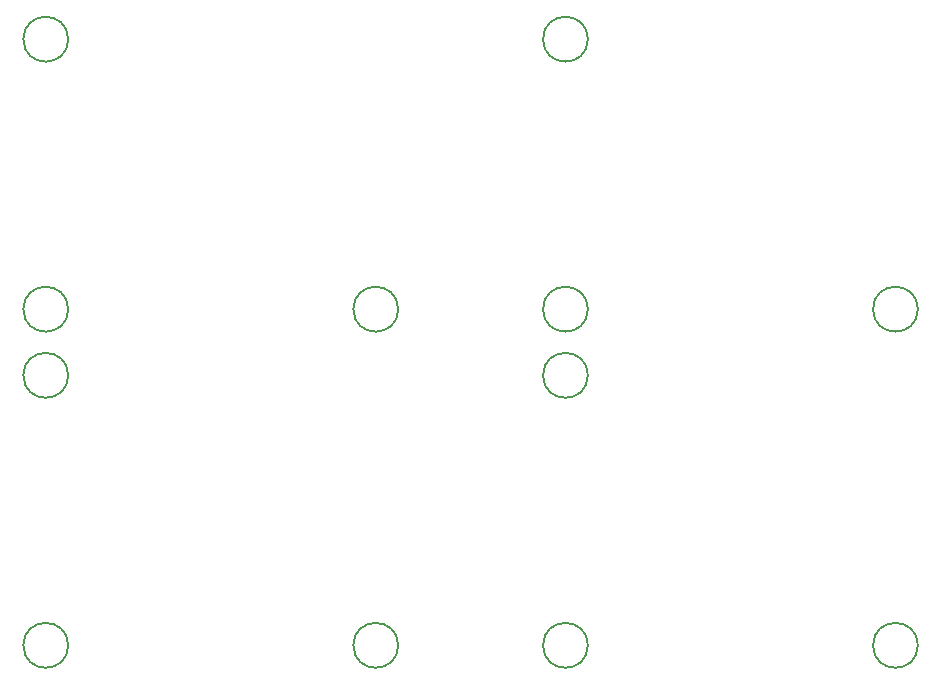
<source format=gbr>
G04 #@! TF.GenerationSoftware,KiCad,Pcbnew,9.0.4*
G04 #@! TF.CreationDate,2025-08-20T18:17:53-04:00*
G04 #@! TF.ProjectId,jlc_pcba,6a6c635f-7063-4626-912e-6b696361645f,rev?*
G04 #@! TF.SameCoordinates,Original*
G04 #@! TF.FileFunction,Other,Comment*
%FSLAX46Y46*%
G04 Gerber Fmt 4.6, Leading zero omitted, Abs format (unit mm)*
G04 Created by KiCad (PCBNEW 9.0.4) date 2025-08-20 18:17:53*
%MOMM*%
%LPD*%
G01*
G04 APERTURE LIST*
%ADD10C,0.150000*%
G04 APERTURE END LIST*
D10*
G04 #@! TO.C,board_outline108*
X21020000Y-37260000D02*
G75*
G02*
X17220000Y-37260000I-1900000J0D01*
G01*
X17220000Y-37260000D02*
G75*
G02*
X21020000Y-37260000I1900000J0D01*
G01*
X21020000Y-60120000D02*
G75*
G02*
X17220000Y-60120000I-1900000J0D01*
G01*
X17220000Y-60120000D02*
G75*
G02*
X21020000Y-60120000I1900000J0D01*
G01*
X48960000Y-60120000D02*
G75*
G02*
X45160000Y-60120000I-1900000J0D01*
G01*
X45160000Y-60120000D02*
G75*
G02*
X48960000Y-60120000I1900000J0D01*
G01*
X21020000Y-8800000D02*
G75*
G02*
X17220000Y-8800000I-1900000J0D01*
G01*
X17220000Y-8800000D02*
G75*
G02*
X21020000Y-8800000I1900000J0D01*
G01*
X21020000Y-31660000D02*
G75*
G02*
X17220000Y-31660000I-1900000J0D01*
G01*
X17220000Y-31660000D02*
G75*
G02*
X21020000Y-31660000I1900000J0D01*
G01*
X48960000Y-31660000D02*
G75*
G02*
X45160000Y-31660000I-1900000J0D01*
G01*
X45160000Y-31660000D02*
G75*
G02*
X48960000Y-31660000I1900000J0D01*
G01*
X65020000Y-37260000D02*
G75*
G02*
X61220000Y-37260000I-1900000J0D01*
G01*
X61220000Y-37260000D02*
G75*
G02*
X65020000Y-37260000I1900000J0D01*
G01*
X65020000Y-60120000D02*
G75*
G02*
X61220000Y-60120000I-1900000J0D01*
G01*
X61220000Y-60120000D02*
G75*
G02*
X65020000Y-60120000I1900000J0D01*
G01*
X92960000Y-60120000D02*
G75*
G02*
X89160000Y-60120000I-1900000J0D01*
G01*
X89160000Y-60120000D02*
G75*
G02*
X92960000Y-60120000I1900000J0D01*
G01*
X65020000Y-8800000D02*
G75*
G02*
X61220000Y-8800000I-1900000J0D01*
G01*
X61220000Y-8800000D02*
G75*
G02*
X65020000Y-8800000I1900000J0D01*
G01*
X65020000Y-31660000D02*
G75*
G02*
X61220000Y-31660000I-1900000J0D01*
G01*
X61220000Y-31660000D02*
G75*
G02*
X65020000Y-31660000I1900000J0D01*
G01*
X92960000Y-31660000D02*
G75*
G02*
X89160000Y-31660000I-1900000J0D01*
G01*
X89160000Y-31660000D02*
G75*
G02*
X92960000Y-31660000I1900000J0D01*
G01*
G04 #@! TD*
M02*

</source>
